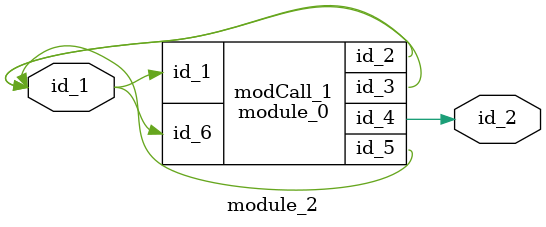
<source format=v>
module module_0 (
    id_1,
    id_2,
    id_3,
    id_4,
    id_5,
    id_6
);
  input wire id_6;
  inout wire id_5;
  output wire id_4;
  inout wire id_3;
  output wire id_2;
  input wire id_1;
  wire id_7, id_8, id_9, id_10, id_11;
endmodule
module module_1 (
    input wire id_0,
    input wire id_1,
    input wor  id_2
);
  always id_4 = "";
  wand id_5, id_6 = -1, id_7;
  module_0 modCall_1 (
      id_5,
      id_6,
      id_7,
      id_5,
      id_6,
      id_6
  );
endmodule
module module_2 (
    id_1,
    id_2
);
  output wire id_2;
  inout wire id_1;
  module_0 modCall_1 (
      id_1,
      id_1,
      id_1,
      id_2,
      id_1,
      id_1
  );
endmodule

</source>
